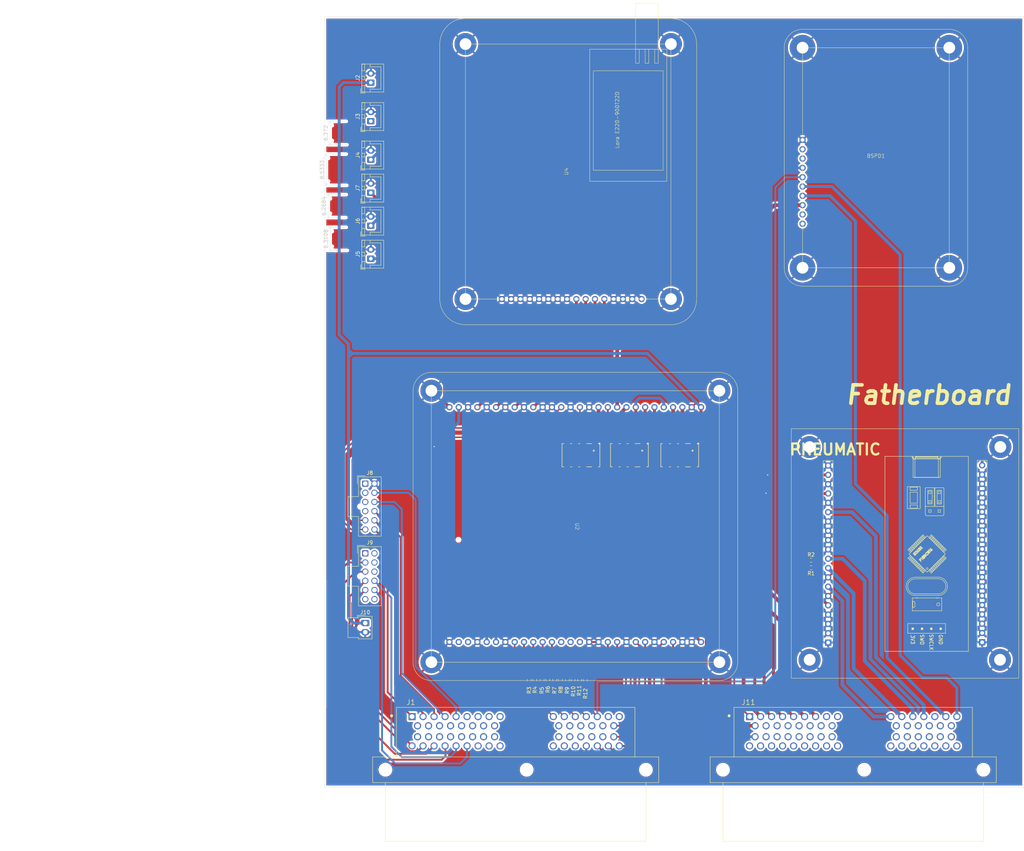
<source format=kicad_pcb>
(kicad_pcb (version 20241229) (generator "pcbnew") (generator_version "9.0")
  (layers (0 "F.Cu" signal) (2 "B.Cu" signal) (13 "F.Paste" user) (15 "B.Paste" user) (5 "F.SilkS" user "F.Silkscreen") (7 "B.SilkS" user "B.Silkscreen") (1 "F.Mask" user) (3 "B.Mask" user) (25 "Edge.Cuts" user))
  (net 0 "")
  (net 2 "SDC_B")
  (net 3 "GND")
  (net 4 "12V")
  (net 5 "3V3")
  (net 6 "ECU_LO")
  (net 7 "ESC2_LO")
  (net 8 "ESC1_LO")
  (net 10 "DISP_HI")
  (net 11 "BMS_LO")
  (net 12 "ECU_HI")
  (net 14 "IND_SWITCH")
  (net 15 "BMS_HI")
  (net 17 "ESC1_HI")
  (net 18 "ESC2_HI")
  (net 19 "TPS")
  (net 21 "DISP_LO")
  (net 22 "STEER_IN")
  (net 23 "BRK_P")
  (net 24 "SS")
  (net 25 "SUSP4")
  (net 26 "ENG_RLY")
  (net 27 "SUSP2")
  (net 28 "APPS_IN1")
  (net 29 "STM_RX")
  (net 30 "APPS_IN2")
  (net 31 "SCK")
  (net 32 "AIR")
  (net 33 "MISO")
  (net 34 "MOSI")
  (net 35 "AMB_TEMP")
  (net 36 "SUSP1")
  (net 37 "SUSP3")
  (net 38 "SWITCH_HY")
  (net 39 "STM_TX")
  (net 40 "WS_FL")
  (net 41 "WS_FR")
  (net 42 "WS_RL")
  (net 43 "WS_RR")
  (net 44 "SCK_T")
  (net 47 "MISO_T")
  (net 49 "MOSI_T")
  (net 52 "CS_T")
  (net 59 "SAFETY")
  (net 60 "SDC_IN")
  (net 61 "FAN_BATT")
  (net 62 "BRAKE_LIGHT")
  (net 63 "SDC_OUT")
  (net 64 "PDM")
  (net 70 "TX_PNEU")
  (net 71 "RX_PNEU")
  (net 119 "5V_T")
  (net 120 "5V_B")
  (net 121 "5V_V")
  (net 122 "5V_P")
  (net 123 "PNEU_UP")
  (net 124 "PNEU_DOWN")
  (net 125 "UP")
  (net 126 "DOWN")
  (net 131 "SUSP1_L")
  (net 132 "SUSP2_L")
  (net 133 "SUSP3_L")
  (net 134 "SUSP4_L")
  (net 135 "BRK_P_L")
  (net 139 "unconnected-(J1-Pad6)")
  (net 154 "GPOS")
  (footprint "Resistor_SMD:R_0603_1608Metric_Pad0.98x0.95mm_HandSolder" (layer "F.Cu") (at 205.232 280.551091 -90)
    (property "Reference" "R4")
    (property "Value" "3K")
  )
  (footprint "Resistor_SMD:R_0603_1608Metric_Pad0.98x0.95mm_HandSolder" (layer "F.Cu") (at 212.161298 280.540877 -90)
    (property "Reference" "R8")
    (property "Value" "3K")
  )
  (footprint "Connector_JST:JST_XH_B2B-XH-A_1x02_P2.50mm_Vertical" (layer "F.Cu") (at 160.511 165.698 90)
    (property "Reference" "J5")
    (property "Value" "5V_1")
  )
  (footprint "Connector_Molex:Molex_Nano-Fit_105310-xx12_2x06_P2.50mm_Vertical" (layer "F.Cu") (at 159 246)
    (property "Reference" "J9")
    (property "Value" "SIGNAL 2")
  )
  (footprint "Resistor_SMD:R_0603_1608Metric_Pad0.98x0.95mm_HandSolder" (layer "F.Cu") (at 280.5195 247.904)
    (property "Reference" "R2")
    (property "Value" "R")
  )
  (footprint "Resistor_SMD:R_0603_1608Metric_Pad0.98x0.95mm_HandSolder" (layer "F.Cu") (at 215.644252 280.56821 -90)
    (property "Reference" "R10")
    (property "Value" "3K")
  )
  (footprint "Resistor_SMD:R_0603_1608Metric_Pad0.98x0.95mm_HandSolder" (layer "F.Cu") (at 203.686868 280.554553 -90)
    (property "Reference" "R3")
    (property "Value" "2K")
  )
  (footprint "Resistor_SMD:R_0603_1608Metric_Pad0.98x0.95mm_HandSolder" (layer "F.Cu") (at 208.764501 280.527746 -90)
    (property "Reference" "R6")
    (property "Value" "3K")
  )
  (footprint "0_FootPrintBPSD:FootPrintBPSD" (layer "F.Cu") (at 298.196 138.176)
    (property "Reference" "BSPD1")
    (property "Value" "~")
  )
  (footprint "Resistor_SMD:R_0603_1608Metric_Pad0.98x0.95mm_HandSolder" (layer "F.Cu") (at 280.5195 249.936 180)
    (property "Reference" "R1")
    (property "Value" "R")
  )
  (footprint "Resistor_SMD:R_0603_1608Metric_Pad0.98x0.95mm_HandSolder" (layer "F.Cu") (at 217.443825 280.575235 -90)
    (property "Reference" "R11")
    (property "Value" "2K")
  )
  (footprint "0_FootprintTelemetry:0_FootprintTelemetry" (layer "F.Cu") (at 214.316 141.938 90)
    (property "Reference" "U4")
    (property "Value" "~")
  )
  (footprint "Connector_JST:JST_XH_B2B-XH-A_1x02_P2.50mm_Vertical" (layer "F.Cu") (at 160.511 128.198 90)
    (property "Reference" "J3")
    (property "Value" "3V3_1")
  )
  (footprint "Resistor_SMD:R_0603_1608Metric_Pad0.98x0.95mm_HandSolder" (layer "F.Cu") (at 219.004056 280.584578 -90)
    (property "Reference" "R12")
    (property "Value" "3K")
  )
  (footprint "Resistor_SMD:R_0603_1608Metric_Pad0.98x0.95mm_HandSolder" (layer "F.Cu") (at 207.2204 280.530496 -90)
    (property "Reference" "R5")
    (property "Value" "2K")
  )
  (footprint "Connector_JST:JST_XH_B2B-XH-A_1x02_P2.50mm_Vertical" (layer "F.Cu") (at 160.511 156.698 90)
    (property "Reference" "J6")
    (property "Value" "5V_2")
  )
  (footprint "Connector_JST:JST_XH_B2B-XH-A_1x02_P2.50mm_Vertical" (layer "F.Cu") (at 160.511 138.698 90)
    (property "Reference" "J4")
    (property "Value" "5V_5")
  )
  (footprint "Connector_JST:JST_XH_B2B-XH-A_1x02_P2.50mm_Vertical" (layer "F.Cu") (at 160.511 147.698 90)
    (property "Reference" "J7")
    (property "Value" "5V_3")
  )
  (footprint "Resistor_SMD:R_0603_1608Metric_Pad0.98x0.95mm_HandSolder" (layer "F.Cu") (at 210.620309 280.540219 -90)
    (property "Reference" "R7")
    (property "Value" "2K")
  )
  (footprint "0_FootprintVCU:FootprintVCU" (layer "F.Cu") (at 216.274 238.676 -90)
    (property "Reference" "U2")
    (property "Value" "~")
  )
  (footprint "Resistor_SMD:R_0603_1608Metric_Pad0.98x0.95mm_HandSolder" (layer "F.Cu") (at 214.074679 280.56821 -90)
    (property "Reference" "R9")
    (property "Value" "2K")
  )
  (footprint "Connector_JST:JST_XH_B2B-XH-A_1x02_P2.50mm_Vertical" (layer "F.Cu") (at 160.511 117.698 90)
    (property "Reference" "J2")
    (property "Value" "12V")
  )
  (footprint "Connector_Molex:Molex_Nano-Fit_105309-xx02_1x02_P2.50mm_Vertical" (layer "F.Cu") (at 159 265)
    (property "Reference" "J10")
    (property "Value" "power")
  )
  (footprint "0_VCU_CONNECTOR_TE_6437288-3:VCU_CONNECTOR_TE_6437288-3" (layer "F.Cu") (at 295 305)
    (property "Reference" "J11")
    (property "Value" "6437288-3")
  )
  (footprint "0_VCU_CONNECTOR_TE_6437288-3:VCU_CONNECTOR_TE_6437288-3" (layer "F.Cu") (at 203 305)
    (property "Reference" "J1")
    (property "Value" "6437288-3")
  )
  (footprint "0_Footprint_PNEUMATIC:Fooprint Pneumatic" (layer "F.Cu") (at 306.134861 243.371116)
    (property "Reference" "U3" (hide yes))
    (property "Value" "~" (hide yes))
  )
  (footprint "Connector_Molex:Molex_Nano-Fit_105310-xx12_2x06_P2.50mm_Vertical" (layer "F.Cu") (at 159 227)
    (property "Reference" "J8")
    (property "Value" "SIGNAL 1")
  )
  (gr_rect (start 147.887204 99.767337) (end 338.555204 309.767337) (stroke (width 0.05)) (fill no) (layer "Edge.Cuts"))
  (gr_text "PNEUMATIC" (at 274.32 219.456 0) (layer "F.SilkS") (effects (font (size 3 3) (thickness 0.6) (bold yes)) (justify left bottom)))
  (gr_text "Fatherboard" (at 289.56 205.74 0) (layer "F.SilkS") (effects (font (size 5 5) (thickness 1) (bold yes) (italic yes)) (justify left bottom)))
  (dimension (type orthogonal) (layer "Edge.Cuts") (pts (xy 154.308793 128.255044) (xy 154.514288 134.627078)) (height -4.906849) (orientation 1) (format (prefix "") (suffix "") (units 3) (units_format 0) (precision 4) (suppress_zeroes yes)) (style (thickness 0.05) (arrow_length 1.27) (text_position_mode 0) (arrow_direction outward) (extension_height 0.58642) (extension_offset 0.5) (keep_text_aligned yes)) (gr_text "6.372" (at 148.251944 131.441061 90) (layer "Edge.Cuts") (effects (font (size 1 1) (thickness 0.15)))))
  (dimension (type orthogonal) (layer "Edge.Cuts") (pts (xy 154.308793 157.133441) (xy 154.630948 163.444254)) (height -4.906849) (orientation 1) (format (prefix "") (suffix "") (units 3) (units_format 0) (precision 4) (suppress_zeroes yes)) (style (thickness 0.05) (arrow_length 1.27) (text_position_mode 0) (arrow_direction outward) (extension_height 0.58642) (extension_offset 0.5) (keep_text_aligned yes)) (gr_text "6.3108" (at 148.251944 160.288848 90) (layer "Edge.Cuts") (effects (font (size 1 1) (thickness 0.15)))))
  (dimension (type orthogonal) (layer "Edge.Cuts") (pts (xy 154.308793 137.174756) (xy 154.450835 145.708006)) (height -5.922849) (orientation 1) (format (prefix "") (suffix "") (units 3) (units_format 0) (precision 4) (suppress_zeroes yes)) (style (thickness 0.05) (arrow_length 1.27) (text_position_mode 0) (arrow_direction outward) (extension_height 0.58642) (extension_offset 0.5) (keep_text_aligned yes)) (gr_text "8.5333" (at 147.235944 141.441381 90) (layer "Edge.Cuts") (effects (font (size 1 1) (thickness 0.15)))))
  (dimension (type orthogonal) (layer "Edge.Cuts") (pts (xy 154.308793 148.208006) (xy 154.210354 154.476403)) (height -5.414849) (orientation 1) (format (prefix "") (suffix "") (units 3) (units_format 0) (precision 4) (suppress_zeroes yes)) (style (thickness 0.05) (arrow_length 1.27) (text_position_mode 0) (arrow_direction outward) (extension_height 0.58642) (extension_offset 0.5) (keep_text_aligned yes)) (gr_text "6.2684" (at 147.743944 151.342205 90) (layer "Edge.Cuts") (effects (font (size 1 1) (thickness 0.15)))))
  (segment (start 227.664 190.42) (end 231.648 186.436) (width 1) (layer "F.Cu") (net 2))
  (segment (start 267.986 180.578) (end 267.986 153.654) (width 1) (layer "F.Cu") (net 2))
  (segment (start 231.648 186.436) (end 262.128 186.436) (width 1) (layer "F.Cu") (net 2))
  (segment (start 267.986 153.654) (end 270.544 151.096) (width 1) (layer "F.Cu") (net 2))
  (segment (start 227.664 206.176) (end 227.664 190.42) (width 1) (layer "F.Cu") (net 2))
  (segment (start 262.128 186.436) (end 267.986 180.578) (width 1) (layer "F.Cu") (net 2))
  (segment (start 270.544 151.096) (end 278.196 151.096) (width 1) (layer "F.Cu") (net 2))
  (segment (start 220.044 270.176) (end 222.584 270.176) (width 0.508) (layer "F.Cu") (net 3))
  (segment (start 250.524 225.522667) (end 250.524 206.176) (width 0.8) (layer "F.Cu") (net 4))
  (segment (start 285.175223 260.17389) (end 250.524 225.522667) (width 0.8) (layer "F.Cu") (net 4))
  (segment (start 155.956 191.516) (end 155.448 191.516) (width 0.8) (layer "B.Cu") (net 4))
  (segment (start 154.432 188.976) (end 154.432 201.168) (width 0.8) (layer "B.Cu") (net 4))
  (segment (start 154.432 191.516) (end 154.432 191.008) (width 0.8) (layer "B.Cu") (net 4))
  (segment (start 154.432 192.024) (end 154.432 191.516) (width 0.8) (layer "B.Cu") (net 4))
  (segment (start 151.892 118.872) (end 151.892 186.436) (width 0.8) (layer "B.Cu") (net 4))
  (segment (start 154.432 190.5) (end 154.432 189.484) (width 0.8) (layer "B.Cu") (net 4))
  (segment (start 154.432 191.008) (end 154.432 190.5) (width 0.8) (layer "B.Cu") (net 4))
  (segment (start 155.448 191.516) (end 154.432 190.5) (width 0.8) (layer "B.Cu") (net 4))
  (segment (start 160.511 117.698) (end 153.066 117.698) (width 0.8) (layer "B.Cu") (net 4))
  (segment (start 155.448 191.516) (end 154.432 192.532) (width 0.8) (layer "B.Cu") (net 4))
  (segment (start 250.524 206.176) (end 235.864 191.516) (width 0.8) (layer "B.Cu") (net 4))
  (segment (start 151.892 186.436) (end 154.432 188.976) (width 0.8) (layer "B.Cu") (net 4))
  (segment (start 154.94 191.516) (end 154.432 191.008) (width 0.8) (layer "B.Cu") (net 4))
  (segment (start 154.94 191.516) (end 154.432 192.024) (width 0.8) (layer "B.Cu") (net 4))
  (segment (start 155.956 191.516) (end 154.432 191.516) (width 0.8) (layer "B.Cu") (net 4))
  (segment (start 154.432 263.652) (end 154.432 201.168) (width 0.8) (layer "B.Cu") (net 4))
  (segment (start 235.864 191.516) (end 155.956 191.516) (width 0.8) (layer "B.Cu") (net 4))
  (segment (start 154.432 192.532) (end 154.432 192.024) (width 0.8) (layer "B.Cu") (net 4))
  (segment (start 155.78 265) (end 154.432 263.652) (width 0.8) (layer "B.Cu") (net 4))
  (segment (start 159 265) (end 155.78 265) (width 0.8) (layer "B.Cu") (net 4))
  (segment (start 155.448 191.516) (end 154.94 191.516) (width 0.8) (layer "B.Cu") (net 4))
  (segment (start 154.432 201.168) (end 154.432 192.532) (width 0.8) (layer "B.Cu") (net 4))
  (segment (start 153.066 117.698) (end 151.892 118.872) (width 0.8) (layer "B.Cu") (net 4))
  (segment (start 226.518 302.768) (end 230.632 302.768) (width 0.508) (layer "F.Cu") (net 6))
  (segment (start 230.632 302.768) (end 237.744 295.656) (width 0.508) (layer "F.Cu") (net 6))
  (segment (start 237.744 295.656) (end 237.744 272.796) (width 0.508) (layer "F.Cu") (net 6))
  (segment (start 237.744 272.796) (end 240.364 270.176) (width 0.508) (layer "F.Cu") (net 6))
  (segment (start 222.25 298.5) (end 226.518 302.768) (width 0.508) (layer "F.Cu") (net 6))
  (segment (start 182.082533 301.533467) (end 183.75 299.866) (width 0.508) (layer "B.Cu") (net 7))
  (segment (start 166.116 258.116) (end 166.116 298.704) (width 0.508) (layer "B.Cu") (net 7))
  (segment (start 168.945467 301.533467) (end 182.082533 301.533467) (width 0.508) (layer "B.Cu") (net 7))
  (segment (start 166.116 298.704) (end 168.945467 301.533467) (width 0.508) (layer "B.Cu") (net 7))
  (segment (start 183.75 299.866) (end 183.75 298.5) (width 0.508) (layer "B.Cu") (net 7))
  (segment (start 161.5 253.5) (end 166.116 258.116) (width 0.508) (layer "B.Cu") (net 7))
  (segment (start 172.72 231.394) (end 170.826 229.5) (width 0.508) (layer "B.Cu") (net 8))
  (segment (start 183.75 290.5) (end 183.75 287.89) (width 0.508) (layer "B.Cu") (net 8))
  (segment (start 172.72 276.86) (end 172.72 231.394) (width 0.508) (layer "B.Cu") (net 8))
  (segment (start 170.826 229.5) (end 161.5 229.5) (width 0.508) (layer "B.Cu") (net 8))
  (segment (start 183.75 287.89) (end 172.72 276.86) (width 0.508) (layer "B.Cu") (net 8))
  (segment (start 231.341 276.045) (end 227.664 272.368) (width 0.508) (layer "F.Cu") (net 10))
  (segment (start 226.75 296) (end 228.764 296) (width 0.508) (layer "F.Cu") (net 10))
  (segment (start 231.341 293.423) (end 231.341 276.045) (width 0.508) (layer "F.Cu") (net 10))
  (segment (start 228.764 296) (end 231.341 293.423) (width 0.508) (layer "F.Cu") (net 10))
  (segment (start 227.664 272.368) (end 227.664 270.176) (width 0.508) (layer "F.Cu") (net 10))
  (segment (start 233.68 295.148) (end 233.68 271.112) (width 0.508) (layer "F.Cu") (net 11))
  (segment (start 228.25 298.5) (end 230.328 298.5) (width 0.508) (layer "F.Cu") (net 11))
  (segment (start 233.68 271.112) (end 232.744 270.176) (width 0.508) (layer "F.Cu") (net 11))
  (segment (start 230.328 298.5) (end 233.68 295.148) (width 0.508) (layer "F.Cu") (net 11))
  (segment (start 231.14 304.8) (end 239.776 296.164) (width 0.508) (layer "F.Cu") (net 12))
  (segment (start 223.012 304.8) (end 231.14 304.8) (width 0.508) (layer "F.Cu") (net 12))
  (segment (start 242.904 272.716) (end 242.904 270.176) (width 0.508) (layer "F.Cu") (net 12))
  (segment (start 219.25 298.5) (end 219.25 301.038) (width 0.508) (layer "F.Cu") (net 12))
  (segment (start 219.25 301.038) (end 223.012 304.8) (width 0.508) (layer "F.Cu") (net 12))
  (segment (start 239.776 296.164) (end 239.776 275.844) (width 0.508) (layer "F.Cu") (net 12))
  (segment (start 239.776 275.844) (end 242.904 272.716) (width 0.508) (layer "F.Cu") (net 12))
  (segment (start 203.048 300.076) (end 200.66 297.688) (width 0.8) (layer "B.Cu") (net 14))
  (segment (start 232.978801 296) (end 228.902801 300.076) (width 0.8) (layer "B.Cu") (net 14))
  (segment (start 265.25 296) (end 232.978801 296) (width 0.8) (layer "B.Cu") (net 14))
  (segment (start 182.88 275.336) (end 179.832 272.288) (width 0.8) (layer "B.Cu") (net 14))
  (segment (start 179.832 214.884) (end 184.484 210.232) (width 0.8) (layer "B.Cu") (net 14))
  (segment (start 200.66 297.688) (end 200.66 280.416) (width 0.8) (layer "B.Cu") (net 14))
  (segment (start 200.66 280.416) (end 195.58 275.336) (width 0.8) (layer "B.Cu") (net 14))
  (segment (start 184.484 210.232) (end 184.484 206.176) (width 0.8) (layer "B.Cu") (net 14))
  (segment (start 195.58 275.336) (end 182.88 275.336) (width 0.8) (layer "B.Cu") (net 14))
  (segment (start 179.832 272.288) (end 179.832 214.884) (width 0.8) (layer "B.Cu") (net 14))
  (segment (start 228.902801 300.076) (end 203.048 300.076) (width 0.8) (layer "B.Cu") (net 14))
  (segment (start 225.25 298.5) (end 227.199273 300.449273) (width 0.508) (layer "F.Cu") (net 15))
  (segment (start 227.199273 300.449273) (end 230.918727 300.449273) (width 0.508) (layer "F.Cu") (net 15))
  (segment (start 235.284 296.084) (end 235.284 270.176) (width 0.508) (layer "F.Cu") (net 15))
  (segment (start 230.918727 300.449273) (end 235.284 296.084) (width 0.508) (layer "F.Cu") (net 15))
  (segment (start 168.963 278.713) (end 168.963 233.987) (width 0.508) (layer "B.Cu") (net 17))
  (segment (start 168.963 233.987) (end 166.976 232) (width 0.508) (layer "B.Cu") (net 17))
  (segment (start 166.976 232) (end 161.5 232) (width 0.508) (layer "B.Cu") (net 17))
  (segment (start 180.75 290.5) (end 168.963 278.713) (width 0.508) (layer "B.Cu") (net 17))
  (segment (start 186.720149 298.529851) (end 186.75 298.5) (width 0.508) (layer "B.Cu") (net 18))
  (segment (start 184.912 303.276) (end 186.720149 301.467851) (width 0.508) (layer "B.Cu") (net 18))
  (segment (start 167.132 303.276) (end 184.912 303.276) (width 0.508) (layer "B.Cu") (net 18))
  (segment (start 186.720149 301.467851) (end 186.720149 298.529851) (width 0.508) (layer "B.Cu") (net 18))
  (segment (start 163.576 299.72) (end 167.132 303.276) (width 0.508) (layer "B.Cu") (net 18))
  (segment (start 161.5 256) (end 163.576 258.076) (width 0.508) (layer "B.Cu") (net 18))
  (segment (start 163.576 258.076) (end 163.576 299.72) (width 0.508) (layer "B.Cu") (net 18))
  (segment (start 317.5 279.908) (end 320.25 282.658) (width 0.8) (layer "B.Cu") (net 19))
  (segment (start 304.8 273.812) (end 310.896 279.908) (width 0.8) (layer "B.Cu") (net 19))
  (segment (start 320.25 282.658) (end 320.25 290.5) (width 0.8) (layer "B.Cu") (net 19))
  (segment (start 310.896 279.908) (end 317.5 279.908) (width 0.8) (layer "B.Cu") (net 19))
  (segment (start 286.224 146.016) (end 304.8 164.592) (width 0.8) (layer "B.Cu") (net 19))
  (segment (start 304.8 164.592) (end 304.8 273.812) (width 0.8) (layer "B.Cu") (net 19))
  (segment (start 278.196 146.016) (end 286.224 146.016) (width 0.8) (layer "B.Cu") (net 19))
  (segment (start 229.224 293) (end 226.75 293) (width 0.508) (layer "F.Cu") (net 21))
  (segment (start 230.067607 292.156393) (end 229.224 293) (width 0.508) (layer "F.Cu") (net 21))
  (segment (start 225.124 270.176) (end 225.124 272.368) (width 0.508) (layer "F.Cu") (net 21))
  (segment (start 230.067607 277.311607) (end 230.067607 292.156393) (width 0.508) (layer "F.Cu") (net 21))
  (segment (start 225.124 272.368) (end 230.067607 277.311607) (width 0.508) (layer "F.Cu") (net 21))
  (segment (start 168.656 241.656) (end 168.656 279.4) (width 0.508) (layer "F.Cu") (net 22))
  (segment (start 177.75 288.494) (end 177.75 290.5) (width 0.508) (layer "F.Cu") (net 22))
  (segment (start 161.5 234.5) (end 168.656 241.656) (width 0.508) (layer "F.Cu") (net 22))
  (segment (start 168.656 279.4) (end 177.75 288.494) (width 0.508) (layer "F.Cu") (net 22))
  (segment (start 222.25 290.5) (end 219.004056 287.254056) (width 0.508) (layer "F.Cu") (net 23))
  (segment (start 219.004056 287.254056) (end 219.004056 281.497078) (width 0.508) (layer "F.Cu") (net 23))
  (segment (start 270.764 277.368) (end 270.764 146.304) (width 0.508) (layer "B.Cu") (net 23))
  (segment (start 273.592 143.476) (end 278.196 143.476) (width 0.508) (layer "B.Cu") (net 23))
  (segment (start 222.25 290.5) (end 222.25 281.178) (width 0.508) (layer "B.Cu") (net 23))
  (segment (start 270.764 146.304) (end 273.592 143.476) (width 0.508) (layer "B.Cu") (net 23))
  (segment (start 222.504 280.924) (end 267.208 280.924) (width 0.508) (layer "B.Cu") (net 23))
  (segment (start 267.208 280.924) (end 270.764 277.368) (width 0.508) (layer "B.Cu") (net 23))
  (segment (start 222.25 281.178) (end 222.504 280.924) (width 0.508) (layer "B.Cu") (net 23))
  (segment (start 215.644252 286.894252) (end 215.644252 281.48071) (width 0.4) (layer "F.Cu") (net 25))
  (segment (start 219.25 290.5) (end 215.644252 286.894252) (width 0.4) (layer "F.Cu") (net 25))
  (segment (start 245.444 206.176) (end 245.444 232.584) (width 1) (layer "F.Cu") (net 26))
  (segment (start 245.364 232.664) (end 274.828 262.128) (width 1) (layer "F.Cu") (net 26))
  (segment (start 274.828 283.464) (end 281.75 290.386) (width 1) (layer "F.Cu") (net 26))
  (segment (start 274.828 262.128) (end 274.828 283.464) (width 1) (layer "F.Cu") (net 26))
  (segment (start 245.444 232.584) (end 245.364 232.664) (width 1) (layer "F.Cu") (net 26))
  (segment (start 281.75 290.386) (end 281.75 290.5) (width 1) (layer "F.Cu") (net 26))
  (segment (start 213.25 290.5) (end 208.764501 286.014501) (width 0.4) (layer "F.Cu") (net 27))
  (segment (start 208.764501 286.014501) (end 208.764501 281.440246) (width 0.4) (layer "F.Cu") (net 27))
  (segment (start 165.1 243.1) (end 165.1 283.85) (width 0.508) (layer "F.Cu") (net 28))
  (segment (start 165.1 283.85) (end 171.75 290.5) (width 0.508) (layer "F.Cu") (net 28))
  (segment (start 161.5 239.5) (end 165.1 243.1) (width 0.508) (layer "F.Cu") (net 28))
  (segment (start 159.512 211.836) (end 152.908 218.44) (width 0.4) (layer "F.Cu") (net 29))
  (segment (start 155.172 239.5) (end 159 239.5) (width 0.4) (layer "F.Cu") (net 29))
  (segment (start 152.908 218.44) (end 152.908 237.236) (width 0.4) (layer "F.Cu") (net 29))
  (segment (start 212.424 206.176) (end 206.764 211.836) (width 0.4) (layer "F.Cu") (net 29))
  (segment (start 206.764 211.836) (end 159.512 211.836) (width 0.4) (layer "F.Cu") (net 29))
  (segment (start 152.908 237.236) (end 155.172 239.5) (width 0.4) (layer "F.Cu") (net 29))
  (segment (start 167.132 242.632) (end 161.5 237) (width 0.508) (layer "F.Cu") (net 30))
  (segment (start 167.132 281.94) (end 167.132 242.632) (width 0.508) (layer "F.Cu") (net 30))
  (segment (start 174.75 289.558) (end 167.132 281.94) (width 0.508) (layer "F.Cu") (net 30))
  (segment (start 174.75 290.5) (end 174.75 289.558) (width 0.508) (layer "F.Cu") (net 30))
  (segment (start 235.284 240.872) (end 246.38 251.968) (width 0.8) (layer "F.Cu") (net 32))
  (segment (start 267.716 265.684) (end 267.716 285.466) (width 0.8) (layer "F.Cu") (net 32))
  (segment (start 254 251.968) (end 267.716 265.684) (width 0.8) (layer "F.Cu") (net 32))
  (segment (start 246.38 251.968) (end 254 251.968) (width 0.8) (layer "F.Cu") (net 32))
  (segment (start 235.284 206.176) (end 235.284 240.872) (width 0.8) (layer "F.Cu") (net 32))
  (segment (start 267.716 285.466) (end 272.75 290.5) (width 0.8) (layer "F.Cu") (net 32))
  (segment (start 205.232 285.482) (end 205.232 281.463591) (width 0.4) (layer "F.Cu") (net 36))
  (segment (start 210.25 290.5) (end 205.232 285.482) (width 0.4) (layer "F.Cu") (net 36))
  (segment (start 216.332 290.5) (end 212.161298 286.329298) (width 0.4) (layer "F.Cu") (net 37))
  (segment (start 216.25 290.5) (end 216.332 290.5) (width 0.4) (layer "F.Cu") (net 37))
  (segment (start 212.161298 286.329298) (end 212.161298 281.453377) (width 0.4) (layer "F.Cu") (net 37))
  (segment (start 237.824 213.788) (end 237.824 206.176) (width 0.8) (layer "F.Cu") (net 38))
  (segment (start 248.412 249.936) (end 237.744 239.268) (width 0.8) (layer "F.Cu") (net 38))
  (segment (start 270.256 265.684) (end 254.508 249.936) (width 0.8) (layer "F.Cu") (net 38))
  (segment (start 275.75 290.5) (end 270.256 285.006) (width 0.8) (layer "F.Cu") (net 38))
  (segment (start 270.256 285.006) (end 270.256 265.684) (width 0.8) (layer "F.Cu") (net 38))
  (segment (start 237.744 213.868) (end 237.824 213.788) (width 0.8) (layer "F.Cu") (net 38))
  (segment (start 254.508 249.936) (end 248.412 249.936) (width 0.8) (layer "F.Cu") (net 38))
  (segment (start 237.744 239.268) (end 237.744 213.868) (width 0.8) (layer "F.Cu") (net 38))
  (segment (start 211.328 214.376) (end 217.504 208.2) (width 0.4) (layer "F.Cu") (net 39))
  (segment (start 159 237) (end 156.228 237) (width 0.4) (layer "F.Cu") (net 39))
  (segment (start 155.448 236.22) (end 155.448 220.472) (width 0.4) (layer "F.Cu") (net 39))
  (segment (start 155.448 220.472) (end 161.544 214.376) (width 0.4) (layer "F.Cu") (net 39))
  (segment (start 161.544 214.376) (end 211.328 214.376) (width 0.4) (layer "F.Cu") (net 39))
  (segment (start 217.504 208.2) (end 217.504 206.176) (width 0.4) (layer "F.Cu") (net 39))
  (segment (start 156.228 237) (end 155.448 236.22) (width 0.4) (layer "F.Cu") (net 39))
  (segment (start 171.157674 299.93) (end 173.32 299.93) (width 0.508) (layer "F.Cu") (net 40))
  (segment (start 154.739 257.761) (end 154.739 283.511326) (width 0.508) (layer "F.Cu") (net 40))
  (segment (start 159 253.5) (end 154.739 257.761) (width 0.508) (layer "F.Cu") (net 40))
  (segment (start 154.739 283.511326) (end 171.157674 299.93) (width 0.508) (layer "F.Cu") (net 40))
  (segment (start 173.32 299.93) (end 174.75 298.5) (width 0.508) (layer "F.Cu") (net 40))
  (segment (start 159 256) (end 155.448 259.552) (width 0.508) (layer "F.Cu") (net 41))
  (segment (start 155.448 282.198) (end 171.75 298.5) (width 0.508) (layer "F.Cu") (net 41))
  (segment (start 155.448 259.552) (end 155.448 282.198) (width 0.508) (layer "F.Cu") (net 41))
  (segment (start 154.344 248.5) (end 149.352 253.492) (width 0.508) (layer "F.Cu") (net 42))
  (segment (start 149.352 253.492) (end 149.352 288.036) (width 0.508) (layer "F.Cu") (net 42))
  (segment (start 163.576 302.26) (end 179.832 302.26) (width 0.508) (layer "F.Cu") (net 42))
  (segment (start 159 248.5) (end 154.344 248.5) (width 0.508) (layer "F.Cu") (net 42))
  (segment (start 179.832 302.26) (end 180.848 301.244) (width 0.508) (layer "F.Cu") (net 42))
  (segment (start 149.352 288.036) (end 163.576 302.26) (width 0.508) (layer "F.Cu") (net 42))
  (segment (start 180.848 298.598) (end 180.75 298.5) (width 0.508) (layer "F.Cu") (net 42))
  (segment (start 180.848 301.244) (end 180.848 298.598) (width 0.508) (layer "F.Cu") (net 42))
  (segment (start 159 251) (end 156.39 251) (width 0.508) (layer "F.Cu") (net 43))
  (segment (start 175.611 300.639) (end 177.75 298.5) (width 0.508) (layer "F.Cu") (net 43))
  (segment (start 156.39 251) (end 152.4 254.99) (width 0.508) (layer "F.Cu") (net 43))
  (segment (start 152.4 254.99) (end 152.4 286.004) (width 0.508) (layer "F.Cu") (net 43))
  (segment (start 152.4 286.004) (end 167.035 300.639) (width 0.508) (layer "F.Cu") (net 43))
  (segment (start 167.035 300.639) (end 175.611 300.639) (width 0.508) (layer "F.Cu") (net 43))
  (segment (start 216.536 179.204) (end 216.536 176.688) (width 0.8) (layer "F.Cu") (net 44))
  (segment (start 189.564 206.176) (end 216.536 179.204) (width 0.8) (layer "F.Cu") (net 44))
  (segment (start 194.644 206.176) (end 219.076 181.744) (width 0.8) (layer "F.Cu") (net 47))
  (segment (start 219.076 181.744) (end 219.076 176.688) (width 0.8) (layer "F.Cu") (net 47))
  (segment (start 221.616 184.284) (end 221.616 176.688) (width 0.8) (layer "F.Cu") (net 49))
  (segment (start 199.724 206.176) (end 221.616 184.284) (width 0.8) (layer "F.Cu") (net 49))
  (segment (start 204.804 206.176) (end 224.156 186.824) (width 0.8) (layer "F.Cu") (net 52))
  (segment (start 224.156 186.824) (end 224.156 176.688) (width 0.8) (layer "F.Cu") (net 52))
  (segment (start 243.332 254.508) (end 253.492 254.508) (width 0.8) (layer "F.Cu") (net 59))
  (segment (start 265.176 266.192) (end 265.176 285.926) (width 0.8) (layer "F.Cu") (net 59))
  (segment (start 232.744 220.9) (end 232.664 220.98) (width 0.8) (layer "F.Cu") (net 59))
  (segment (start 232.664 220.98) (end 232.664 243.84) (width 0.8) (layer "F.Cu") (net 59))
  (segment (start 265.176 285.926) (end 269.75 290.5) (width 0.8) (layer "F.Cu") (net 59))
  (segment (start 232.664 243.84) (end 243.332 254.508) (width 0.8) (layer "F.Cu") (net 59))
  (segment (start 253.492 254.508) (end 265.176 266.192) (width 0.8) (layer "F.Cu") (net 59))
  (segment (start 232.744 206.176) (end 232.744 220.9) (width 0.8) (layer "F.Cu") (net 59))
  (segment (start 233.68 203.708) (end 232.744 204.644) (width 0.8) (layer "B.Cu") (net 59))
  (segment (start 232.744 204.644) (end 232.744 206.176) (width 0.8) (layer "B.Cu") (net 59))
  (segment (start 269.748 290.498) (end 269.75 290.5) (width 1) (layer "B.Cu") (net 59))
  (segment (start 239.268 203.708) (end 233.68 203.708) (width 0.8) (layer "B.Cu") (net 59))
  (segment (start 240.364 204.804) (end 239.268 203.708) (width 0.8) (layer "B.Cu") (net 59))
  (segment (start 240.364 206.176) (end 240.364 204.804) (width 0.8) (layer "B.Cu") (net 59))
  (segment (start 262.128 266.7) (end 262.128 285.878) (width 1) (layer "F.Cu") (net 60))
  (segment (start 228.6 248.412) (end 237.744 257.556) (width 1) (layer "F.Cu") (net 60))
  (segment (start 228.6 207.78) (end 228.6 248.412) (width 1) (layer "F.Cu") (net 60))
  (segment (start 230.204 206.176) (end 228.6 207.78) (width 1) (layer "F.Cu") (net 60))
  (segment (start 262.128 285.878) (end 266.75 290.5) (width 1) (layer "F.Cu") (net 60))
  (segment (start 237.744 257.556) (end 252.984 257.556) (width 1) (layer "F.Cu") (net 60))
  (segment (start 252.984 257.556) (end 262.128 266.7) (width 1) (layer "F.Cu") (net 60))
  (segment (start 266.192 289.942) (end 266.75 290.5) (width 0.508) (layer "B.Cu") (net 60))
  (segment (start 222.584 249.508) (end 235.712 262.636) (width 1) (layer "F.Cu") (net 61))
  (segment (start 262.898 293) (end 265.25 293) (width 1) (layer "F.Cu") (net 61))
  (segment (start 251.823 281.925) (end 262.898 293) (width 1) (layer "F.Cu") (net 61))
  (segment (start 249.428 262.636) (end 252.075 265.283) (width 1) (layer "F.Cu") (net 61))
  (segment (start 252.075 272.689) (end 251.823 272.941) (width 1) (layer "F.Cu") (net 61))
  (segment (start 251.823 272.941) (end 251.823 281.925) (width 1) (layer "F.Cu") (net 61))
  (segment (start 222.584 206.176) (end 222.584 249.508) (width 1) (layer "F.Cu") (net 61))
  (segment (start 252.075 265.283) (end 252.075 272.689) (width 1) (layer "F.Cu") (net 61))
  (segment (start 235.712 262.636) (end 249.428 262.636) (width 1) (layer "F.Cu") (net 61))
  (segment (start 249.936 260.096) (end 236.728 260.096) (width 0.508) (layer "F.Cu") (net 62))
  (segment (start 259.588 286.338) (end 259.588 269.748) (width 0.508) (layer "F.Cu") (net 62))
  (segment (start 236.728 260.096) (end 225.124 248.492) (width 0.508) (layer "F.Cu") (net 62))
  (segment (start 225.124 248.492) (end 225.124 206.176) (width 0.508) (layer "F.Cu") (net 62))
  (segment (start 259.588 269.748) (end 249.936 260.096) (width 0.508) (layer "F.Cu") (net 62))
  (segment (start 263.75 290.5) (end 259.588 286.338) (width 0.508) (layer "F.Cu") (net 62))
  (segment (start 301.244 235.712) (end 292.608 227.076) (width 0.8) (layer "B.Cu") (net 63))
  (segment (start 292.608 155.448) (end 285.716 148.556) (width 0.8) (layer "B.Cu") (net 63))
  (segment (start 301.244 274.494) (end 301.244 235.712) (width 0.8) (layer "B.Cu") (net 63))
  (segment (start 285.716 148.556) (end 278.196 148.556) (width 0.8) (layer "B.Cu") (net 63))
  (segment (start 317.25 290.5) (end 301.244 274.494) (width 0.8) (layer "B.Cu") (net 63))
  (segment (start 292.608 227.076) (end 292.608 155.448) (width 0.8) (layer "B.Cu") (net 63))
  (segment (start 242.904 210.74) (end 242.904 206.176) (width 1) (layer "F.Cu") (net 64))
  (segment (start 278.75 290.5) (end 272.796 284.546) (width 1) (layer "F.Cu") (net 64))
  (segment (start 242.824 235.204) (end 242.824 210.82) (width 1) (layer "F.Cu") (net 64))
  (segment (start 242.824 210.82) (end 242.904 210.74) (width 1) (layer "F.Cu") (net 64))
  (segment (start 272.796 284.546) (end 272.796 265.176) (width 1) (layer "F.Cu") (net 64))
  (segment (start 272.796 265.176) (end 242.824 235.204) (width 1) (layer "F.Cu") (net 64))
  (segment (start 269.294711 224.637069) (end 269.31789 224.61389) (width 0.8) (layer "F.Cu") (net 70))
  (segment (start 269.31789 224.61389) (end 285.175223 224.61389) (width 0.8) (layer "F.Cu") (net 70))
  (segment (start 268.694806 224.637069) (end 269.294711 224.637069) (width 0.8) (layer "F.Cu") (net 70))
  (via (at 268.694806 224.637069) (size 0.6) (drill 0.3) (layers "F.Cu" "B.Cu") (net 70))
  (segment (start 268.658939 224.601202) (end 268.694806 224.637069) (width 0.8) (layer "B.Cu") (net 70))
  (segment (start 216.916 245.364) (end 237.678798 224.601202) (width 0.8) (layer "B.Cu") (net 70))
  (segment (start 192.104 267.128) (end 198.628 260.604) (width 0.8) (layer "B.Cu") (net 70))
  (segment (start 214.376 260.604) (end 216.916 258.064) (width 0.8) (layer "B.Cu") (net 70))
  (segment (start 216.916 258.064) (end 216.916 245.364) (width 0.8) (layer "B.Cu") (net 70))
  (segment (start 192.104 270.176) (end 192.104 267.128) (width 0.8) (layer "B.Cu") (net 70))
  (segment (start 198.628 260.604) (end 214.376 260.604) (width 0.8) (layer "B.Cu") (net 70))
  (segment (start 237.678798 224.601202) (end 268.658939 224.601202) (width 0.8) (layer "B.Cu") (net 70))
  (segment (start 268.224 229.616) (end 268.732 229.616) (width 0.8) (layer "F.Cu") (net 71))
  (segment (start 268.80989 229.69389) (end 285.175223 229.69389) (width 0.8) (layer "F.Cu") (net 71))
  (segment (start 268.732 229.616) (end 268.80989 229.69389) (width 0.8) (layer "F.Cu") (net 71))
  (via (at 268.224 229.616) (size 0.6) (drill 0.3) (layers "F.Cu" "B.Cu") (net 71))
  (segment (start 238.252 229.616) (end 268.224 229.616) (width 0.8) (layer "B.Cu") (net 71))
  (segment (start 221.742 246.126) (end 238.252 229.616) (width 0.8) (layer "B.Cu") (net 71))
  (segment (start 221.742 261.366) (end 221.742 246.126) (width 0.8) (layer "B.Cu") (net 71))
  (segment (start 194.644 268.144) (end 198.628 264.16) (width 0.8) (layer "B.Cu") (net 71))
  (segment (start 218.948 264.16) (end 221.742 261.366) (width 0.8) (layer "B.Cu") (net 71))
  (segment (start 194.644 270.176) (end 194.644 268.144) (width 0.8) (layer "B.Cu") (net 71))
  (segment (start 198.628 264.16) (end 218.948 264.16) (width 0.8) (layer "B.Cu") (net 71))
  (segment (start 234.316 176.688) (end 223.326 165.698) (width 0.8) (layer "B.Cu") (net 119))
  (segment (start 223.326 165.698) (end 160.511 165.698) (width 0.8) (layer "B.Cu") (net 119))
  (segment (start 160.511 156.698) (end 176.273 140.936) (width 0.8) (layer "B.Cu") (net 120))
  (segment (start 176.273 140.936) (end 278.196 140.936) (width 0.8) (layer "B.Cu") (net 120))
  (segment (start 177.8 247.904) (end 177.8 216.916) (width 0.8) (layer "F.Cu") (net 121))
  (segment (start 180.625 204.857) (end 181.944 206.176) (width 0.8) (layer "F.Cu") (net 121))
  (segment (start 180.625 167.812) (end 180.625 204.857) (width 0.8) (layer "F.Cu") (net 121))
  (segment (start 250.524 270.176) (end 246.032 265.684) (width 0.8) (layer "F.Cu") (net 121))
  (segment (start 160.511 147.698) (end 180.625 167.812) (width 0.8) (layer "F.Cu") (net 121))
  (segment (start 246.032 265.684) (end 195.58 265.684) (width 0.8) (layer "F.Cu") (net 121))
  (segment (start 195.58 265.684) (end 177.8 247.904) (width 0.8) (layer "F.Cu") (net 121))
  (via (at 177.8 216.916) (size 0.6) (drill 0.3) (layers "F.Cu" "B.Cu") (net 121))
  (segment (start 179.396 206.176) (end 181.944 206.176) (width 0.8) (layer "B.Cu") (net 121))
  (segment (start 177.8 216.916) (end 177.8 207.772) (width 0.8) (layer "B.Cu") (net 121))
  (segment (start 177.8 207.772) (end 179.396 206.176) (width 0.8) (layer "B.Cu") (net 121))
  (segment (start 173.733 125.476) (end 160.511 138.698) (width 0.8) (layer "B.Cu") (net 122))
  (segment (start 308.864 125.476) (end 173.733 125.476) (width 0.8) (layer "B.Cu") (net 122))
  (segment (start 327.152 143.764) (end 308.864 125.476) (width 0.8) (layer "B.Cu") (net 122))
  (segment (start 327.152 221.996) (end 327.152 143.764) (width 0.8) (layer "B.Cu") (net 122))
  (segment (start 298.196 274.32) (end 298.196 241.3) (width 1) (layer "B.Cu") (net 123))
  (segment (start 311.25 287.374) (end 298.196 274.32) (width 1) (layer "B.Cu") (net 123))
  (segment (start 311.25 290.5) (end 311.25 287.374) (width 1) (layer "B.Cu") (net 123))
  (segment (start 298.196 241.3) (end 291.66989 234.77389) (width 1) (layer "B.Cu") (net 123))
  (segment (start 291.66989 234.77389) (end 285.175223 234.77389) (width 1) (layer "B.Cu") (net 123))
  (segment (start 285.175223 255.09389) (end 289.052 258.970667) (width 1) (layer "B.Cu") (net 124))
  (segment (start 289.052 281.94) (end 297.612 290.5) (width 1) (layer "B.Cu") (net 124))
  (segment (start 297.612 290.5) (end 302.25 290.5) (width 1) (layer "B.Cu") (net 124))
  (segment (start 289.052 258.970667) (end 289.052 281.94) (width 1) (layer "B.Cu") (net 124))
  (segment (start 295.148 253.492) (end 289.12989 247.47389) (width 1) (layer "B.Cu") (net 125))
  (segment (start 308.25 288.438) (end 295.148 275.336) (width 1) (layer "B.Cu") (net 125))
  (segment (start 308.25 290.5) (end 308.25 288.438) (width 1) (layer "B.Cu") (net 125))
  (segment (start 295.148 275.336) (end 295.148 253.492) (width 1) (layer "B.Cu") (net 125))
  (segment (start 289.12989 247.47389) (end 285.175223 247.47389) (width 1) (layer "B.Cu") (net 125))
  (segment (start 292.1 277.35) (end 292.1 256.938667) (width 1) (layer "B.Cu") (net 126))
  (segment (start 305.25 290.5) (end 292.1 277.35) (width 1) (layer "B.Cu") (net 126))
  (segment (start 292.1 256.938667) (end 285.175223 250.01389) (width 1) (layer "B.Cu") (net 126))
  (segment (start 205.232 279.638591) (end 205.232 279.4) (width 0.4) (layer "F.Cu") (net 131))
  (segment (start 205.232 279.638591) (end 203.69033 279.638591) (width 0.4) (layer "F.Cu") (net 131))
  (segment (start 203.69033 279.638591) (end 203.686868 279.642053) (width 0.4) (layer "F.Cu") (net 131))
  (segment (start 205.232 279.4) (end 199.724 273.892) (width 0.4) (layer "F.Cu") (net 131))
  (segment (start 199.724 273.892) (end 199.724 270.176) (width 0.4) (layer "F.Cu") (net 131))
  (segment (start 208.764501 279.615246) (end 208.495246 279.615246) (width 0.508) (layer "F.Cu") (net 132))
  (segment (start 207.22315 279.615246) (end 207.2204 279.617996) (width 0.508) (layer "F.Cu") (net 132))
  (segment (start 208.764501 279.615246) (end 207.22315 279.615246) (width 0.508) (layer "F.Cu") (net 132))
  (segment (start 208.495246 279.615246) (end 202.264 273.384) (width 0.508) (layer "F.Cu") (net 132))
  (segment (start 202.264 273.384) (end 202.264 270.176) (width 0.508) (layer "F.Cu") (net 132))
  (segment (start 212.161298 279.628377) (end 210.620967 279.628377) (width 0.508) (layer "F.Cu") (net 133))
  (segment (start 212.161298 279.628377) (end 211.556377 279.628377) (width 0.508) (layer "F.Cu") (net 133))
  (segment (start 204.804 272.876) (end 204.804 270.176) (width 0.508) (layer "F.Cu") (net 133))
  (segment (start 210.620967 279.628377) (end 210.620309 279.627719) (width 0.508) (layer "F.Cu") (net 133))
  (segment (start 211.556377 279.628377) (end 204.804 272.876) (width 0.508) (layer "F.Cu") (net 133))
  (segment (start 214.63171 279.65571) (end 207.344 272.368) (width 0.508) (layer "F.Cu") (net 134))
  (segment (start 207.344 272.368) (end 207.344 270.176) (width 0.508) (layer "F.Cu") (net 134))
  (segment (start 215.644252 279.65571) (end 214.074679 279.65571) (width 0.508) (layer "F.Cu") (net 134))
  (segment (start 215.644252 279.65571) (end 214.63171 279.65571) (width 0.508) (layer "F.Cu") (net 134))
  (segment (start 209.884 271.849407) (end 209.884 270.176) (width 0.508) (layer "F.Cu") (net 135))
  (segment (start 217.453168 279.672078) (end 217.443825 279.662735) (width 0.508) (layer "F.Cu") (net 135))
  (segment (start 219.004056 279.672078) (end 217.453168 279.672078) (width 0.508) (layer "F.Cu") (net 135))
  (segment (start 217.706671 279.672078) (end 209.884 271.849407) (width 0.508) (layer "F.Cu") (net 135))
  (segment (start 219.004056 279.672078) (end 217.706671 279.672078) (width 0.508) (layer "F.Cu") (net 135))
  (segment (start 186.868 290.5) (end 186.944 290.576) (width 1) (layer "B.Cu") (net 139))
  (segment (start 186.75 290.5) (end 186.868 290.5) (width 1) (layer "B.Cu") (net 139))
  (zone (net 3) (net_name "GND") (layers "F.Cu" "B.Cu") (connect_pads (clearance 0.5)) (min_thickness 0.25) (fill yes (thermal_gap 0.5) (thermal_bridge_width 0.5))
    (polygon (pts (xy 338.553542 99.76572) (xy 338.553965 309.764924) (xy 147.886583 309.78143) (xy 147.892349 99.765138)))
  )
)
</source>
